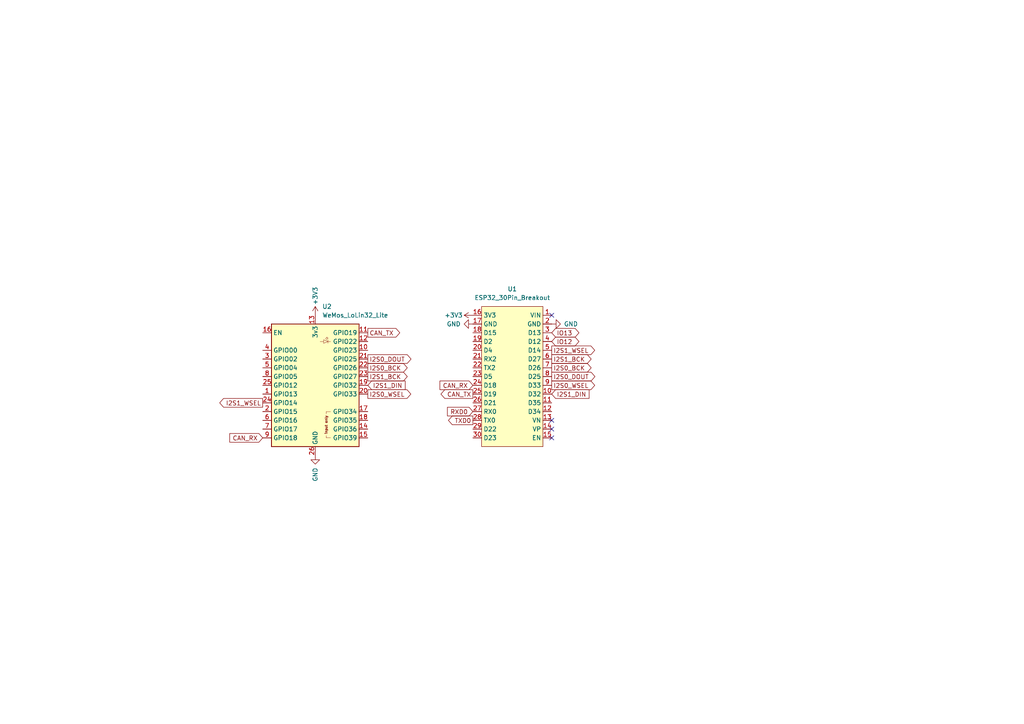
<source format=kicad_sch>
(kicad_sch (version 20211123) (generator eeschema)
  (paper "A4")
  (lib_symbols
    (symbol "esp32_30pin_breakout:ESP32_30Pin_Breakout"
      (property "Reference" "U" (at 0 0 0))
      (property "Value" "ESP32_30Pin_Breakout" (at 0 -2.54 0))
      (symbol "ESP32_30Pin_Breakout_0_1"
        (rectangle (start -20.32 7.62) (end 20.32 -10.16) (fill (type background)))
      )
      (symbol "ESP32_30Pin_Breakout_1_1"
        (pin input line (at -17.78 10.16 270) (length 2.54) (name "VIN") (number "1"))
        (pin input line (at 5.08 10.16 270) (length 2.54) (name "D32") (number "10"))
        (pin input line (at 7.62 10.16 270) (length 2.54) (name "D35") (number "11"))
        (pin input line (at 10.16 10.16 270) (length 2.54) (name "D34") (number "12"))
        (pin input line (at 12.7 10.16 270) (length 2.54) (name "VN") (number "13"))
        (pin input line (at 15.24 10.16 270) (length 2.54) (name "VP") (number "14"))
        (pin input line (at 17.78 10.16 270) (length 2.54) (name "EN") (number "15"))
        (pin input line (at -17.78 -12.7 90) (length 2.54) (name "3V3") (number "16"))
        (pin input line (at -15.24 -12.7 90) (length 2.54) (name "GND") (number "17"))
        (pin input line (at -12.7 -12.7 90) (length 2.54) (name "D15") (number "18"))
        (pin input line (at -10.16 -12.7 90) (length 2.54) (name "D2") (number "19"))
        (pin input line (at -15.24 10.16 270) (length 2.54) (name "GND") (number "2"))
        (pin input line (at -7.62 -12.7 90) (length 2.54) (name "D4") (number "20"))
        (pin input line (at -5.08 -12.7 90) (length 2.54) (name "RX2") (number "21"))
        (pin input line (at -2.54 -12.7 90) (length 2.54) (name "TX2") (number "22"))
        (pin input line (at 0 -12.7 90) (length 2.54) (name "D5") (number "23"))
        (pin input line (at 2.54 -12.7 90) (length 2.54) (name "D18") (number "24"))
        (pin input line (at 5.08 -12.7 90) (length 2.54) (name "D19") (number "25"))
        (pin input line (at 7.62 -12.7 90) (length 2.54) (name "D21") (number "26"))
        (pin input line (at 10.16 -12.7 90) (length 2.54) (name "RX0") (number "27"))
        (pin input line (at 12.7 -12.7 90) (length 2.54) (name "TX0") (number "28"))
        (pin input line (at 15.24 -12.7 90) (length 2.54) (name "D22") (number "29"))
        (pin input line (at -12.7 10.16 270) (length 2.54) (name "D13") (number "3"))
        (pin input line (at 17.78 -12.7 90) (length 2.54) (name "D23") (number "30"))
        (pin input line (at -10.16 10.16 270) (length 2.54) (name "D12") (number "4"))
        (pin input line (at -7.62 10.16 270) (length 2.54) (name "D14") (number "5"))
        (pin input line (at -5.08 10.16 270) (length 2.54) (name "D27") (number "6"))
        (pin input line (at -2.54 10.16 270) (length 2.54) (name "D26") (number "7"))
        (pin input line (at 0 10.16 270) (length 2.54) (name "D25") (number "8"))
        (pin input line (at 2.54 10.16 270) (length 2.54) (name "D33") (number "9"))
      )
    )
    (symbol "power:+3V3" (power) (pin_names (offset 0))
      (property "Value" "+3V3" (at 0 3.556 0))
      (symbol "+3V3_0_1"
        (polyline (pts (xy -0.762 1.27) (xy 0 2.54)))
        (polyline (pts (xy 0 0) (xy 0 2.54)))
        (polyline (pts (xy 0 2.54) (xy 0.762 1.27)))
      )
      (symbol "+3V3_1_1"
        (pin power_in line (at 0 0 90) (length 0) hide (name "+3V3") (number "1"))
      )
    )
    (symbol "power:GND" (power) (pin_names (offset 0))
      (property "Value" "GND" (at 0 -3.81 0))
      (symbol "GND_0_1"
        (polyline (pts (xy 0 0) (xy 0 -1.27) (xy 1.27 -1.27) (xy 0 -2.54) (xy -1.27 -1.27) (xy 0 -1.27)))
      )
      (symbol "GND_1_1"
        (pin power_in line (at 0 0 270) (length 0) hide (name "GND") (number "1"))
      )
    )
    (symbol "wemos_lolin32_lite:WeMos_LoLin32_Lite"
      (property "Reference" "U" (at 11.43 22.86 0))
      (property "Value" "WeMos_LoLin32_Lite" (at 12.7 20.32 0))
      (symbol "WeMos_LoLin32_Lite_0_0"
        (polyline (pts (xy 4.445 -15.24) (xy 3.175 -15.24) (xy 3.175 -14.605)) (stroke (width 0.0006)))
        (polyline (pts (xy 4.445 -7.62) (xy 3.175 -7.62) (xy 3.175 -8.255)) (stroke (width 0.0006)))
        (text "input only" (at 3.175 -11.43 900) (effects (font (size 0.7 0.7))))
      )
      (symbol "WeMos_LoLin32_Lite_0_1"
        (rectangle (start -12.7 17.78) (end 12.7 -17.78) (stroke (width 0.254)) (fill (type background)))
        (polyline (pts (xy 2.413 12.7) (xy 1.397 12.7)) (stroke (width 0.0006)))
        (polyline (pts (xy 2.921 13.462) (xy 3.429 13.97)) (stroke (width 0.0006)))
        (polyline (pts (xy 3.175 13.208) (xy 3.683 13.716)) (stroke (width 0.0006)))
        (polyline (pts (xy 3.683 12.7) (xy 4.445 12.7)) (stroke (width 0.0006)))
        (polyline (pts (xy 3.683 13.208) (xy 3.683 12.192)) (stroke (width 0.0006)))
        (polyline (pts (xy 3.302 13.97) (xy 3.429 13.97) (xy 3.429 13.843)) (stroke (width 0.0006)))
        (polyline (pts (xy 3.556 13.716) (xy 3.683 13.716) (xy 3.683 13.589)) (stroke (width 0.0006)))
        (polyline (pts (xy 2.413 13.208) (xy 2.413 12.192) (xy 3.683 12.7) (xy 2.413 13.208)) (stroke (width 0.0006)))
      )
      (symbol "WeMos_LoLin32_Lite_1_1"
        (pin bidirectional line (at -15.24 -2.54 0) (length 2.54) (name "GPIO13") (number "1"))
        (pin bidirectional line (at 15.24 10.16 180) (length 2.54) (name "GPIO23") (number "10"))
        (pin bidirectional line (at 15.24 15.24 180) (length 2.54) (name "GPIO19") (number "11"))
        (pin bidirectional line (at 15.24 12.7 180) (length 2.54) (name "GPIO22") (number "12"))
        (pin power_in line (at 0 20.32 270) (length 2.54) (name "3v3") (number "13"))
        (pin bidirectional line (at 15.24 -12.7 180) (length 2.54) (name "GPIO36") (number "14"))
        (pin bidirectional line (at 15.24 -15.24 180) (length 2.54) (name "GPIO39") (number "15"))
        (pin input line (at -15.24 15.24 0) (length 2.54) (name "EN") (number "16"))
        (pin bidirectional line (at 15.24 -7.62 180) (length 2.54) (name "GPIO34") (number "17"))
        (pin bidirectional line (at 15.24 -10.16 180) (length 2.54) (name "GPIO35") (number "18"))
        (pin bidirectional line (at 15.24 0 180) (length 2.54) (name "GPIO32") (number "19"))
        (pin bidirectional line (at -15.24 -7.62 0) (length 2.54) (name "GPIO15") (number "2"))
        (pin bidirectional line (at 15.24 -2.54 180) (length 2.54) (name "GPIO33") (number "20"))
        (pin bidirectional line (at 15.24 7.62 180) (length 2.54) (name "GPIO25") (number "21"))
        (pin bidirectional line (at 15.24 5.08 180) (length 2.54) (name "GPIO26") (number "22"))
        (pin bidirectional line (at 15.24 2.54 180) (length 2.54) (name "GPIO27") (number "23"))
        (pin bidirectional line (at -15.24 -5.08 0) (length 2.54) (name "GPIO14") (number "24"))
        (pin bidirectional line (at -15.24 0 0) (length 2.54) (name "GPIO12") (number "25"))
        (pin power_in line (at 0 -20.32 90) (length 2.54) (name "GND") (number "26"))
        (pin bidirectional line (at -15.24 7.62 0) (length 2.54) (name "GPIO02") (number "3"))
        (pin bidirectional line (at -15.24 10.16 0) (length 2.54) (name "GPIO00") (number "4"))
        (pin bidirectional line (at -15.24 5.08 0) (length 2.54) (name "GPIO04") (number "5"))
        (pin bidirectional line (at -15.24 -10.16 0) (length 2.54) (name "GPIO16") (number "6"))
        (pin bidirectional line (at -15.24 -12.7 0) (length 2.54) (name "GPIO17") (number "7"))
        (pin bidirectional line (at -15.24 2.54 0) (length 2.54) (name "GPIO05") (number "8"))
        (pin bidirectional line (at -15.24 -15.24 0) (length 2.54) (name "GPIO18") (number "9"))
      )
    )
  )
  (no_connect (at 160.02 127))
  (no_connect (at 160.02 91.44))
  (no_connect (at 160.02 121.92))
  (no_connect (at 160.02 124.46))
  (global_label "IO12" (shape tri_state) (at 160.02 99.06 0) (property "Intersheet References" "${INTERSHEET_REFS}" (effects hide)))
  (global_label "I2S1_DIN" (shape input) (at 160.02 114.3 0) (property "Intersheet References" "${INTERSHEET_REFS}" (effects hide)))
  (global_label "RXD0" (shape input) (at 137.16 119.38 180) (property "Intersheet References" "${INTERSHEET_REFS}" (effects hide)))
  (global_label "I2S0_BCK" (shape output) (at 106.68 106.68 0) (property "Intersheet References" "${INTERSHEET_REFS}" (effects hide)))
  (global_label "I2S0_WSEL" (shape output) (at 160.02 111.76 0) (property "Intersheet References" "${INTERSHEET_REFS}" (effects hide)))
  (global_label "I2S1_WSEL" (shape output) (at 160.02 101.6 0) (property "Intersheet References" "${INTERSHEET_REFS}" (effects hide)))
  (global_label "I2S1_BCK" (shape output) (at 106.68 109.22 0) (property "Intersheet References" "${INTERSHEET_REFS}" (effects hide)))
  (global_label "CAN_RX" (shape input) (at 137.16 111.76 180) (property "Intersheet References" "${INTERSHEET_REFS}" (effects hide)))
  (global_label "CAN_RX" (shape input) (at 76.2 127 180) (property "Intersheet References" "${INTERSHEET_REFS}" (effects hide)))
  (global_label "I2S1_WSEL" (shape output) (at 76.2 116.84 180) (property "Intersheet References" "${INTERSHEET_REFS}" (effects hide)))
  (global_label "I2S1_BCK" (shape output) (at 160.02 104.14 0) (property "Intersheet References" "${INTERSHEET_REFS}" (effects hide)))
  (global_label "I2S0_WSEL" (shape output) (at 106.68 114.3 0) (property "Intersheet References" "${INTERSHEET_REFS}" (effects hide)))
  (global_label "I2S1_DIN" (shape input) (at 106.68 111.76 0) (property "Intersheet References" "${INTERSHEET_REFS}" (effects hide)))
  (global_label "IO13" (shape tri_state) (at 160.02 96.52 0) (property "Intersheet References" "${INTERSHEET_REFS}" (effects hide)))
  (global_label "TXD0" (shape output) (at 137.16 121.92 180) (property "Intersheet References" "${INTERSHEET_REFS}" (effects hide)))
  (global_label "I2S0_BCK" (shape output) (at 160.02 106.68 0) (property "Intersheet References" "${INTERSHEET_REFS}" (effects hide)))
  (global_label "CAN_TX" (shape output) (at 106.68 96.52 0) (property "Intersheet References" "${INTERSHEET_REFS}" (effects hide)))
  (global_label "I2S0_DOUT" (shape output) (at 106.68 104.14 0) (property "Intersheet References" "${INTERSHEET_REFS}" (effects hide)))
  (global_label "CAN_TX" (shape output) (at 137.16 114.3 180) (property "Intersheet References" "${INTERSHEET_REFS}" (effects hide)))
  (global_label "I2S0_DOUT" (shape output) (at 160.02 109.22 0) (property "Intersheet References" "${INTERSHEET_REFS}" (effects hide)))
  (symbol (lib_id "power:+3V3") (at 91.44 91.44 0) (unit 1)
    (property "Reference" "#PWR0104" (effects hide))
    (property "Value" "+3V3" (at 91.44 83.185 90) (effects (justify right)))
  )
  (symbol (lib_id "wemos_lolin32_lite:WeMos_LoLin32_Lite") (at 91.44 111.76 0) (unit 1)
    (property "Reference" "U2" (at 93.4594 88.9 0) (effects (justify left)))
    (property "Value" "WeMos_LoLin32_Lite" (at 93.4594 91.44 0) (effects (justify left)))
    (property "Footprint" "kicadlibrary:WEMOS_LoLin32_Lite" (effects hide))
    (property "Datasheet" "https://www.wemos.cc/en/latest/d32/d32.html" (effects hide))
  )
  (symbol (lib_id "power:+3V3") (at 137.16 91.44 90) (unit 1)
    (property "Reference" "#PWR0101" (effects hide))
    (property "Value" "+3V3" (at 128.905 91.44 90) (effects (justify right)))
  )
  (symbol (lib_id "power:GND") (at 137.16 93.98 270) (unit 1)
    (property "Reference" "#PWR0102" (effects hide))
    (property "Value" "GND" (at 129.54 93.98 90) (effects (justify left)))
  )
  (symbol (lib_id "power:GND") (at 91.44 132.08 0) (unit 1)
    (property "Reference" "#PWR0105" (effects hide))
    (property "Value" "GND" (at 91.44 139.7 90) (effects (justify left)))
  )
  (symbol (lib_id "esp32_30pin_breakout:ESP32_30Pin_Breakout") (at 149.86 109.22 270) (unit 1) (in_bom no) (on_board no)
    (property "Reference" "U1" (at 148.59 83.82 90))
    (property "Value" "ESP32_30Pin_Breakout" (at 148.59 86.36 90))
    (property "Footprint" "kicadlibrary:ESP32_30Pin_Breakout" (effects hide))
  )
  (symbol (lib_id "power:GND") (at 160.02 93.98 90) (unit 1)
    (property "Reference" "#PWR0103" (effects hide))
    (property "Value" "GND" (at 167.64 93.98 90) (effects (justify left)))
  )
)
</source>
